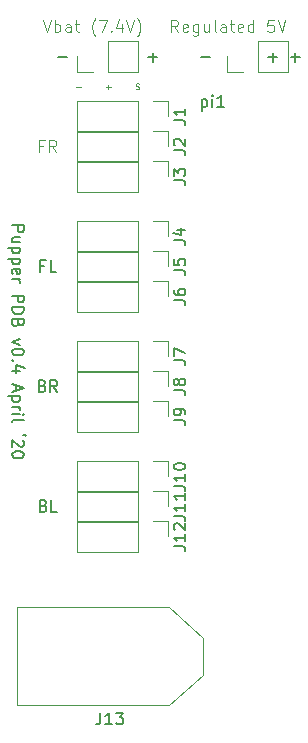
<source format=gbr>
G04 #@! TF.GenerationSoftware,KiCad,Pcbnew,(5.1.4-0-10_14)*
G04 #@! TF.CreationDate,2020-05-01T15:25:26-07:00*
G04 #@! TF.ProjectId,ServoPower2,53657276-6f50-46f7-9765-72322e6b6963,rev?*
G04 #@! TF.SameCoordinates,Original*
G04 #@! TF.FileFunction,Legend,Top*
G04 #@! TF.FilePolarity,Positive*
%FSLAX46Y46*%
G04 Gerber Fmt 4.6, Leading zero omitted, Abs format (unit mm)*
G04 Created by KiCad (PCBNEW (5.1.4-0-10_14)) date 2020-05-01 15:25:26*
%MOMM*%
%LPD*%
G04 APERTURE LIST*
%ADD10C,0.150000*%
%ADD11C,0.100000*%
%ADD12C,0.200000*%
%ADD13C,0.120000*%
G04 APERTURE END LIST*
D10*
X148256666Y-101528571D02*
X148399523Y-101576190D01*
X148447142Y-101623809D01*
X148494761Y-101719047D01*
X148494761Y-101861904D01*
X148447142Y-101957142D01*
X148399523Y-102004761D01*
X148304285Y-102052380D01*
X147923333Y-102052380D01*
X147923333Y-101052380D01*
X148256666Y-101052380D01*
X148351904Y-101100000D01*
X148399523Y-101147619D01*
X148447142Y-101242857D01*
X148447142Y-101338095D01*
X148399523Y-101433333D01*
X148351904Y-101480952D01*
X148256666Y-101528571D01*
X147923333Y-101528571D01*
X149399523Y-102052380D02*
X148923333Y-102052380D01*
X148923333Y-101052380D01*
X148161428Y-91368571D02*
X148304285Y-91416190D01*
X148351904Y-91463809D01*
X148399523Y-91559047D01*
X148399523Y-91701904D01*
X148351904Y-91797142D01*
X148304285Y-91844761D01*
X148209047Y-91892380D01*
X147828095Y-91892380D01*
X147828095Y-90892380D01*
X148161428Y-90892380D01*
X148256666Y-90940000D01*
X148304285Y-90987619D01*
X148351904Y-91082857D01*
X148351904Y-91178095D01*
X148304285Y-91273333D01*
X148256666Y-91320952D01*
X148161428Y-91368571D01*
X147828095Y-91368571D01*
X149399523Y-91892380D02*
X149066190Y-91416190D01*
X148828095Y-91892380D02*
X148828095Y-90892380D01*
X149209047Y-90892380D01*
X149304285Y-90940000D01*
X149351904Y-90987619D01*
X149399523Y-91082857D01*
X149399523Y-91225714D01*
X149351904Y-91320952D01*
X149304285Y-91368571D01*
X149209047Y-91416190D01*
X148828095Y-91416190D01*
X148328095Y-81208571D02*
X147994761Y-81208571D01*
X147994761Y-81732380D02*
X147994761Y-80732380D01*
X148470952Y-80732380D01*
X149328095Y-81732380D02*
X148851904Y-81732380D01*
X148851904Y-80732380D01*
D11*
X148232857Y-71048571D02*
X147899523Y-71048571D01*
X147899523Y-71572380D02*
X147899523Y-70572380D01*
X148375714Y-70572380D01*
X149328095Y-71572380D02*
X148994761Y-71096190D01*
X148756666Y-71572380D02*
X148756666Y-70572380D01*
X149137619Y-70572380D01*
X149232857Y-70620000D01*
X149280476Y-70667619D01*
X149328095Y-70762857D01*
X149328095Y-70905714D01*
X149280476Y-71000952D01*
X149232857Y-71048571D01*
X149137619Y-71096190D01*
X148756666Y-71096190D01*
D12*
X161544047Y-63571428D02*
X162305952Y-63571428D01*
X169164047Y-63571428D02*
X169925952Y-63571428D01*
X169545000Y-63952380D02*
X169545000Y-63190476D01*
D11*
X151027142Y-66075714D02*
X151408095Y-66075714D01*
X153550952Y-66075714D02*
X153931904Y-66075714D01*
X153741428Y-66266190D02*
X153741428Y-65885238D01*
X156050952Y-66242380D02*
X156122380Y-66266190D01*
X156241428Y-66266190D01*
X156289047Y-66242380D01*
X156312857Y-66218571D01*
X156336666Y-66170952D01*
X156336666Y-66123333D01*
X156312857Y-66075714D01*
X156289047Y-66051904D01*
X156241428Y-66028095D01*
X156146190Y-66004285D01*
X156098571Y-65980476D01*
X156074761Y-65956666D01*
X156050952Y-65909047D01*
X156050952Y-65861428D01*
X156074761Y-65813809D01*
X156098571Y-65790000D01*
X156146190Y-65766190D01*
X156265238Y-65766190D01*
X156336666Y-65790000D01*
D13*
X148209523Y-60412380D02*
X148542857Y-61412380D01*
X148876190Y-60412380D01*
X149209523Y-61412380D02*
X149209523Y-60412380D01*
X149209523Y-60793333D02*
X149304761Y-60745714D01*
X149495238Y-60745714D01*
X149590476Y-60793333D01*
X149638095Y-60840952D01*
X149685714Y-60936190D01*
X149685714Y-61221904D01*
X149638095Y-61317142D01*
X149590476Y-61364761D01*
X149495238Y-61412380D01*
X149304761Y-61412380D01*
X149209523Y-61364761D01*
X150542857Y-61412380D02*
X150542857Y-60888571D01*
X150495238Y-60793333D01*
X150400000Y-60745714D01*
X150209523Y-60745714D01*
X150114285Y-60793333D01*
X150542857Y-61364761D02*
X150447619Y-61412380D01*
X150209523Y-61412380D01*
X150114285Y-61364761D01*
X150066666Y-61269523D01*
X150066666Y-61174285D01*
X150114285Y-61079047D01*
X150209523Y-61031428D01*
X150447619Y-61031428D01*
X150542857Y-60983809D01*
X150876190Y-60745714D02*
X151257142Y-60745714D01*
X151019047Y-60412380D02*
X151019047Y-61269523D01*
X151066666Y-61364761D01*
X151161904Y-61412380D01*
X151257142Y-61412380D01*
X152638095Y-61793333D02*
X152590476Y-61745714D01*
X152495238Y-61602857D01*
X152447619Y-61507619D01*
X152400000Y-61364761D01*
X152352380Y-61126666D01*
X152352380Y-60936190D01*
X152400000Y-60698095D01*
X152447619Y-60555238D01*
X152495238Y-60460000D01*
X152590476Y-60317142D01*
X152638095Y-60269523D01*
X152923809Y-60412380D02*
X153590476Y-60412380D01*
X153161904Y-61412380D01*
X153971428Y-61317142D02*
X154019047Y-61364761D01*
X153971428Y-61412380D01*
X153923809Y-61364761D01*
X153971428Y-61317142D01*
X153971428Y-61412380D01*
X154876190Y-60745714D02*
X154876190Y-61412380D01*
X154638095Y-60364761D02*
X154400000Y-61079047D01*
X155019047Y-61079047D01*
X155257142Y-60412380D02*
X155590476Y-61412380D01*
X155923809Y-60412380D01*
X156161904Y-61793333D02*
X156209523Y-61745714D01*
X156304761Y-61602857D01*
X156352380Y-61507619D01*
X156400000Y-61364761D01*
X156447619Y-61126666D01*
X156447619Y-60936190D01*
X156400000Y-60698095D01*
X156352380Y-60555238D01*
X156304761Y-60460000D01*
X156209523Y-60317142D01*
X156161904Y-60269523D01*
X159639523Y-61412380D02*
X159306190Y-60936190D01*
X159068095Y-61412380D02*
X159068095Y-60412380D01*
X159449047Y-60412380D01*
X159544285Y-60460000D01*
X159591904Y-60507619D01*
X159639523Y-60602857D01*
X159639523Y-60745714D01*
X159591904Y-60840952D01*
X159544285Y-60888571D01*
X159449047Y-60936190D01*
X159068095Y-60936190D01*
X160449047Y-61364761D02*
X160353809Y-61412380D01*
X160163333Y-61412380D01*
X160068095Y-61364761D01*
X160020476Y-61269523D01*
X160020476Y-60888571D01*
X160068095Y-60793333D01*
X160163333Y-60745714D01*
X160353809Y-60745714D01*
X160449047Y-60793333D01*
X160496666Y-60888571D01*
X160496666Y-60983809D01*
X160020476Y-61079047D01*
X161353809Y-60745714D02*
X161353809Y-61555238D01*
X161306190Y-61650476D01*
X161258571Y-61698095D01*
X161163333Y-61745714D01*
X161020476Y-61745714D01*
X160925238Y-61698095D01*
X161353809Y-61364761D02*
X161258571Y-61412380D01*
X161068095Y-61412380D01*
X160972857Y-61364761D01*
X160925238Y-61317142D01*
X160877619Y-61221904D01*
X160877619Y-60936190D01*
X160925238Y-60840952D01*
X160972857Y-60793333D01*
X161068095Y-60745714D01*
X161258571Y-60745714D01*
X161353809Y-60793333D01*
X162258571Y-60745714D02*
X162258571Y-61412380D01*
X161830000Y-60745714D02*
X161830000Y-61269523D01*
X161877619Y-61364761D01*
X161972857Y-61412380D01*
X162115714Y-61412380D01*
X162210952Y-61364761D01*
X162258571Y-61317142D01*
X162877619Y-61412380D02*
X162782380Y-61364761D01*
X162734761Y-61269523D01*
X162734761Y-60412380D01*
X163687142Y-61412380D02*
X163687142Y-60888571D01*
X163639523Y-60793333D01*
X163544285Y-60745714D01*
X163353809Y-60745714D01*
X163258571Y-60793333D01*
X163687142Y-61364761D02*
X163591904Y-61412380D01*
X163353809Y-61412380D01*
X163258571Y-61364761D01*
X163210952Y-61269523D01*
X163210952Y-61174285D01*
X163258571Y-61079047D01*
X163353809Y-61031428D01*
X163591904Y-61031428D01*
X163687142Y-60983809D01*
X164020476Y-60745714D02*
X164401428Y-60745714D01*
X164163333Y-60412380D02*
X164163333Y-61269523D01*
X164210952Y-61364761D01*
X164306190Y-61412380D01*
X164401428Y-61412380D01*
X165115714Y-61364761D02*
X165020476Y-61412380D01*
X164830000Y-61412380D01*
X164734761Y-61364761D01*
X164687142Y-61269523D01*
X164687142Y-60888571D01*
X164734761Y-60793333D01*
X164830000Y-60745714D01*
X165020476Y-60745714D01*
X165115714Y-60793333D01*
X165163333Y-60888571D01*
X165163333Y-60983809D01*
X164687142Y-61079047D01*
X166020476Y-61412380D02*
X166020476Y-60412380D01*
X166020476Y-61364761D02*
X165925238Y-61412380D01*
X165734761Y-61412380D01*
X165639523Y-61364761D01*
X165591904Y-61317142D01*
X165544285Y-61221904D01*
X165544285Y-60936190D01*
X165591904Y-60840952D01*
X165639523Y-60793333D01*
X165734761Y-60745714D01*
X165925238Y-60745714D01*
X166020476Y-60793333D01*
X167734761Y-60412380D02*
X167258571Y-60412380D01*
X167210952Y-60888571D01*
X167258571Y-60840952D01*
X167353809Y-60793333D01*
X167591904Y-60793333D01*
X167687142Y-60840952D01*
X167734761Y-60888571D01*
X167782380Y-60983809D01*
X167782380Y-61221904D01*
X167734761Y-61317142D01*
X167687142Y-61364761D01*
X167591904Y-61412380D01*
X167353809Y-61412380D01*
X167258571Y-61364761D01*
X167210952Y-61317142D01*
X168068095Y-60412380D02*
X168401428Y-61412380D01*
X168734761Y-60412380D01*
D10*
X167259047Y-63571428D02*
X168020952Y-63571428D01*
X167640000Y-63952380D02*
X167640000Y-63190476D01*
D12*
X149479047Y-63571428D02*
X150240952Y-63571428D01*
X157099047Y-63571428D02*
X157860952Y-63571428D01*
X157480000Y-63952380D02*
X157480000Y-63190476D01*
D10*
X145597619Y-77796666D02*
X146597619Y-77796666D01*
X146597619Y-78177619D01*
X146550000Y-78272857D01*
X146502380Y-78320476D01*
X146407142Y-78368095D01*
X146264285Y-78368095D01*
X146169047Y-78320476D01*
X146121428Y-78272857D01*
X146073809Y-78177619D01*
X146073809Y-77796666D01*
X146264285Y-79225238D02*
X145597619Y-79225238D01*
X146264285Y-78796666D02*
X145740476Y-78796666D01*
X145645238Y-78844285D01*
X145597619Y-78939523D01*
X145597619Y-79082380D01*
X145645238Y-79177619D01*
X145692857Y-79225238D01*
X146264285Y-79701428D02*
X145264285Y-79701428D01*
X146216666Y-79701428D02*
X146264285Y-79796666D01*
X146264285Y-79987142D01*
X146216666Y-80082380D01*
X146169047Y-80130000D01*
X146073809Y-80177619D01*
X145788095Y-80177619D01*
X145692857Y-80130000D01*
X145645238Y-80082380D01*
X145597619Y-79987142D01*
X145597619Y-79796666D01*
X145645238Y-79701428D01*
X146264285Y-80606190D02*
X145264285Y-80606190D01*
X146216666Y-80606190D02*
X146264285Y-80701428D01*
X146264285Y-80891904D01*
X146216666Y-80987142D01*
X146169047Y-81034761D01*
X146073809Y-81082380D01*
X145788095Y-81082380D01*
X145692857Y-81034761D01*
X145645238Y-80987142D01*
X145597619Y-80891904D01*
X145597619Y-80701428D01*
X145645238Y-80606190D01*
X145645238Y-81891904D02*
X145597619Y-81796666D01*
X145597619Y-81606190D01*
X145645238Y-81510952D01*
X145740476Y-81463333D01*
X146121428Y-81463333D01*
X146216666Y-81510952D01*
X146264285Y-81606190D01*
X146264285Y-81796666D01*
X146216666Y-81891904D01*
X146121428Y-81939523D01*
X146026190Y-81939523D01*
X145930952Y-81463333D01*
X145597619Y-82368095D02*
X146264285Y-82368095D01*
X146073809Y-82368095D02*
X146169047Y-82415714D01*
X146216666Y-82463333D01*
X146264285Y-82558571D01*
X146264285Y-82653809D01*
X145597619Y-83749047D02*
X146597619Y-83749047D01*
X146597619Y-84130000D01*
X146550000Y-84225238D01*
X146502380Y-84272857D01*
X146407142Y-84320476D01*
X146264285Y-84320476D01*
X146169047Y-84272857D01*
X146121428Y-84225238D01*
X146073809Y-84130000D01*
X146073809Y-83749047D01*
X145597619Y-84749047D02*
X146597619Y-84749047D01*
X146597619Y-84987142D01*
X146550000Y-85130000D01*
X146454761Y-85225238D01*
X146359523Y-85272857D01*
X146169047Y-85320476D01*
X146026190Y-85320476D01*
X145835714Y-85272857D01*
X145740476Y-85225238D01*
X145645238Y-85130000D01*
X145597619Y-84987142D01*
X145597619Y-84749047D01*
X146121428Y-86082380D02*
X146073809Y-86225238D01*
X146026190Y-86272857D01*
X145930952Y-86320476D01*
X145788095Y-86320476D01*
X145692857Y-86272857D01*
X145645238Y-86225238D01*
X145597619Y-86130000D01*
X145597619Y-85749047D01*
X146597619Y-85749047D01*
X146597619Y-86082380D01*
X146550000Y-86177619D01*
X146502380Y-86225238D01*
X146407142Y-86272857D01*
X146311904Y-86272857D01*
X146216666Y-86225238D01*
X146169047Y-86177619D01*
X146121428Y-86082380D01*
X146121428Y-85749047D01*
X146264285Y-87415714D02*
X145597619Y-87653809D01*
X146264285Y-87891904D01*
X146597619Y-88463333D02*
X146597619Y-88558571D01*
X146550000Y-88653809D01*
X146502380Y-88701428D01*
X146407142Y-88749047D01*
X146216666Y-88796666D01*
X145978571Y-88796666D01*
X145788095Y-88749047D01*
X145692857Y-88701428D01*
X145645238Y-88653809D01*
X145597619Y-88558571D01*
X145597619Y-88463333D01*
X145645238Y-88368095D01*
X145692857Y-88320476D01*
X145788095Y-88272857D01*
X145978571Y-88225238D01*
X146216666Y-88225238D01*
X146407142Y-88272857D01*
X146502380Y-88320476D01*
X146550000Y-88368095D01*
X146597619Y-88463333D01*
X145692857Y-89225238D02*
X145645238Y-89272857D01*
X145597619Y-89225238D01*
X145645238Y-89177619D01*
X145692857Y-89225238D01*
X145597619Y-89225238D01*
X146264285Y-90130000D02*
X145597619Y-90130000D01*
X146645238Y-89891904D02*
X145930952Y-89653809D01*
X145930952Y-90272857D01*
X145883333Y-91368095D02*
X145883333Y-91844285D01*
X145597619Y-91272857D02*
X146597619Y-91606190D01*
X145597619Y-91939523D01*
X146264285Y-92272857D02*
X145264285Y-92272857D01*
X146216666Y-92272857D02*
X146264285Y-92368095D01*
X146264285Y-92558571D01*
X146216666Y-92653809D01*
X146169047Y-92701428D01*
X146073809Y-92749047D01*
X145788095Y-92749047D01*
X145692857Y-92701428D01*
X145645238Y-92653809D01*
X145597619Y-92558571D01*
X145597619Y-92368095D01*
X145645238Y-92272857D01*
X145597619Y-93177619D02*
X146264285Y-93177619D01*
X146073809Y-93177619D02*
X146169047Y-93225238D01*
X146216666Y-93272857D01*
X146264285Y-93368095D01*
X146264285Y-93463333D01*
X145597619Y-93796666D02*
X146264285Y-93796666D01*
X146597619Y-93796666D02*
X146550000Y-93749047D01*
X146502380Y-93796666D01*
X146550000Y-93844285D01*
X146597619Y-93796666D01*
X146502380Y-93796666D01*
X145597619Y-94415714D02*
X145645238Y-94320476D01*
X145740476Y-94272857D01*
X146597619Y-94272857D01*
X146550000Y-95510952D02*
X146597619Y-95510952D01*
X146692857Y-95558571D01*
X146740476Y-95606190D01*
X146502380Y-95987142D02*
X146550000Y-96034761D01*
X146597619Y-96130000D01*
X146597619Y-96368095D01*
X146550000Y-96463333D01*
X146502380Y-96510952D01*
X146407142Y-96558571D01*
X146311904Y-96558571D01*
X146169047Y-96510952D01*
X145597619Y-95939523D01*
X145597619Y-96558571D01*
X146597619Y-97177619D02*
X146597619Y-97272857D01*
X146550000Y-97368095D01*
X146502380Y-97415714D01*
X146407142Y-97463333D01*
X146216666Y-97510952D01*
X145978571Y-97510952D01*
X145788095Y-97463333D01*
X145692857Y-97415714D01*
X145645238Y-97368095D01*
X145597619Y-97272857D01*
X145597619Y-97177619D01*
X145645238Y-97082380D01*
X145692857Y-97034761D01*
X145788095Y-96987142D01*
X145978571Y-96939523D01*
X146216666Y-96939523D01*
X146407142Y-96987142D01*
X146502380Y-97034761D01*
X146550000Y-97082380D01*
X146597619Y-97177619D01*
D13*
X146030000Y-118450000D02*
X158880000Y-118450000D01*
X161730000Y-115900000D02*
X161730000Y-112750000D01*
X158880000Y-110150000D02*
X146030000Y-110150000D01*
X146030000Y-110150000D02*
X146030000Y-118450000D01*
X158880000Y-118450000D02*
X161730000Y-115900000D01*
X161730000Y-112750000D02*
X158880000Y-110150000D01*
X168970000Y-64830000D02*
X168970000Y-62170000D01*
X166370000Y-64830000D02*
X168970000Y-64830000D01*
X166370000Y-62170000D02*
X168970000Y-62170000D01*
X166370000Y-64830000D02*
X166370000Y-62170000D01*
X165100000Y-64830000D02*
X163770000Y-64830000D01*
X163770000Y-64830000D02*
X163770000Y-63500000D01*
X151070000Y-64830000D02*
X151070000Y-63500000D01*
X152400000Y-64830000D02*
X151070000Y-64830000D01*
X153670000Y-64830000D02*
X153670000Y-62170000D01*
X153670000Y-62170000D02*
X156270000Y-62170000D01*
X153670000Y-64830000D02*
X156270000Y-64830000D01*
X156270000Y-64830000D02*
X156270000Y-62170000D01*
X158810000Y-102810000D02*
X158810000Y-104140000D01*
X157480000Y-102810000D02*
X158810000Y-102810000D01*
X156210000Y-102810000D02*
X156210000Y-105470000D01*
X156210000Y-105470000D02*
X151070000Y-105470000D01*
X156210000Y-102810000D02*
X151070000Y-102810000D01*
X151070000Y-102810000D02*
X151070000Y-105470000D01*
X158810000Y-92650000D02*
X158810000Y-93980000D01*
X157480000Y-92650000D02*
X158810000Y-92650000D01*
X156210000Y-92650000D02*
X156210000Y-95310000D01*
X156210000Y-95310000D02*
X151070000Y-95310000D01*
X156210000Y-92650000D02*
X151070000Y-92650000D01*
X151070000Y-92650000D02*
X151070000Y-95310000D01*
X158810000Y-82490000D02*
X158810000Y-83820000D01*
X157480000Y-82490000D02*
X158810000Y-82490000D01*
X156210000Y-82490000D02*
X156210000Y-85150000D01*
X156210000Y-85150000D02*
X151070000Y-85150000D01*
X156210000Y-82490000D02*
X151070000Y-82490000D01*
X151070000Y-82490000D02*
X151070000Y-85150000D01*
X158810000Y-100270000D02*
X158810000Y-101600000D01*
X157480000Y-100270000D02*
X158810000Y-100270000D01*
X156210000Y-100270000D02*
X156210000Y-102930000D01*
X156210000Y-102930000D02*
X151070000Y-102930000D01*
X156210000Y-100270000D02*
X151070000Y-100270000D01*
X151070000Y-100270000D02*
X151070000Y-102930000D01*
X158810000Y-90110000D02*
X158810000Y-91440000D01*
X157480000Y-90110000D02*
X158810000Y-90110000D01*
X156210000Y-90110000D02*
X156210000Y-92770000D01*
X156210000Y-92770000D02*
X151070000Y-92770000D01*
X156210000Y-90110000D02*
X151070000Y-90110000D01*
X151070000Y-90110000D02*
X151070000Y-92770000D01*
X158810000Y-79950000D02*
X158810000Y-81280000D01*
X157480000Y-79950000D02*
X158810000Y-79950000D01*
X156210000Y-79950000D02*
X156210000Y-82610000D01*
X156210000Y-82610000D02*
X151070000Y-82610000D01*
X156210000Y-79950000D02*
X151070000Y-79950000D01*
X151070000Y-79950000D02*
X151070000Y-82610000D01*
X158810000Y-97730000D02*
X158810000Y-99060000D01*
X157480000Y-97730000D02*
X158810000Y-97730000D01*
X156210000Y-97730000D02*
X156210000Y-100390000D01*
X156210000Y-100390000D02*
X151070000Y-100390000D01*
X156210000Y-97730000D02*
X151070000Y-97730000D01*
X151070000Y-97730000D02*
X151070000Y-100390000D01*
X158810000Y-87570000D02*
X158810000Y-88900000D01*
X157480000Y-87570000D02*
X158810000Y-87570000D01*
X156210000Y-87570000D02*
X156210000Y-90230000D01*
X156210000Y-90230000D02*
X151070000Y-90230000D01*
X156210000Y-87570000D02*
X151070000Y-87570000D01*
X151070000Y-87570000D02*
X151070000Y-90230000D01*
X158810000Y-77410000D02*
X158810000Y-78740000D01*
X157480000Y-77410000D02*
X158810000Y-77410000D01*
X156210000Y-77410000D02*
X156210000Y-80070000D01*
X156210000Y-80070000D02*
X151070000Y-80070000D01*
X156210000Y-77410000D02*
X151070000Y-77410000D01*
X151070000Y-77410000D02*
X151070000Y-80070000D01*
X151070000Y-67250000D02*
X151070000Y-69910000D01*
X156210000Y-67250000D02*
X151070000Y-67250000D01*
X156210000Y-69910000D02*
X151070000Y-69910000D01*
X156210000Y-67250000D02*
X156210000Y-69910000D01*
X157480000Y-67250000D02*
X158810000Y-67250000D01*
X158810000Y-67250000D02*
X158810000Y-68580000D01*
X151070000Y-72330000D02*
X151070000Y-74990000D01*
X156210000Y-72330000D02*
X151070000Y-72330000D01*
X156210000Y-74990000D02*
X151070000Y-74990000D01*
X156210000Y-72330000D02*
X156210000Y-74990000D01*
X157480000Y-72330000D02*
X158810000Y-72330000D01*
X158810000Y-72330000D02*
X158810000Y-73660000D01*
X158810000Y-69790000D02*
X158810000Y-71120000D01*
X157480000Y-69790000D02*
X158810000Y-69790000D01*
X156210000Y-69790000D02*
X156210000Y-72450000D01*
X156210000Y-72450000D02*
X151070000Y-72450000D01*
X156210000Y-69790000D02*
X151070000Y-69790000D01*
X151070000Y-69790000D02*
X151070000Y-72450000D01*
D10*
X153070476Y-119052380D02*
X153070476Y-119766666D01*
X153022857Y-119909523D01*
X152927619Y-120004761D01*
X152784761Y-120052380D01*
X152689523Y-120052380D01*
X154070476Y-120052380D02*
X153499047Y-120052380D01*
X153784761Y-120052380D02*
X153784761Y-119052380D01*
X153689523Y-119195238D01*
X153594285Y-119290476D01*
X153499047Y-119338095D01*
X154403809Y-119052380D02*
X155022857Y-119052380D01*
X154689523Y-119433333D01*
X154832380Y-119433333D01*
X154927619Y-119480952D01*
X154975238Y-119528571D01*
X155022857Y-119623809D01*
X155022857Y-119861904D01*
X154975238Y-119957142D01*
X154927619Y-120004761D01*
X154832380Y-120052380D01*
X154546666Y-120052380D01*
X154451428Y-120004761D01*
X154403809Y-119957142D01*
X161631428Y-67095714D02*
X161631428Y-68095714D01*
X161631428Y-67143333D02*
X161726666Y-67095714D01*
X161917142Y-67095714D01*
X162012380Y-67143333D01*
X162060000Y-67190952D01*
X162107619Y-67286190D01*
X162107619Y-67571904D01*
X162060000Y-67667142D01*
X162012380Y-67714761D01*
X161917142Y-67762380D01*
X161726666Y-67762380D01*
X161631428Y-67714761D01*
X162536190Y-67762380D02*
X162536190Y-67095714D01*
X162536190Y-66762380D02*
X162488571Y-66810000D01*
X162536190Y-66857619D01*
X162583809Y-66810000D01*
X162536190Y-66762380D01*
X162536190Y-66857619D01*
X163536190Y-67762380D02*
X162964761Y-67762380D01*
X163250476Y-67762380D02*
X163250476Y-66762380D01*
X163155238Y-66905238D01*
X163060000Y-67000476D01*
X162964761Y-67048095D01*
X159262380Y-104949523D02*
X159976666Y-104949523D01*
X160119523Y-104997142D01*
X160214761Y-105092380D01*
X160262380Y-105235238D01*
X160262380Y-105330476D01*
X160262380Y-103949523D02*
X160262380Y-104520952D01*
X160262380Y-104235238D02*
X159262380Y-104235238D01*
X159405238Y-104330476D01*
X159500476Y-104425714D01*
X159548095Y-104520952D01*
X159357619Y-103568571D02*
X159310000Y-103520952D01*
X159262380Y-103425714D01*
X159262380Y-103187619D01*
X159310000Y-103092380D01*
X159357619Y-103044761D01*
X159452857Y-102997142D01*
X159548095Y-102997142D01*
X159690952Y-103044761D01*
X160262380Y-103616190D01*
X160262380Y-102997142D01*
X159262380Y-94313333D02*
X159976666Y-94313333D01*
X160119523Y-94360952D01*
X160214761Y-94456190D01*
X160262380Y-94599047D01*
X160262380Y-94694285D01*
X160262380Y-93789523D02*
X160262380Y-93599047D01*
X160214761Y-93503809D01*
X160167142Y-93456190D01*
X160024285Y-93360952D01*
X159833809Y-93313333D01*
X159452857Y-93313333D01*
X159357619Y-93360952D01*
X159310000Y-93408571D01*
X159262380Y-93503809D01*
X159262380Y-93694285D01*
X159310000Y-93789523D01*
X159357619Y-93837142D01*
X159452857Y-93884761D01*
X159690952Y-93884761D01*
X159786190Y-93837142D01*
X159833809Y-93789523D01*
X159881428Y-93694285D01*
X159881428Y-93503809D01*
X159833809Y-93408571D01*
X159786190Y-93360952D01*
X159690952Y-93313333D01*
X159262380Y-84153333D02*
X159976666Y-84153333D01*
X160119523Y-84200952D01*
X160214761Y-84296190D01*
X160262380Y-84439047D01*
X160262380Y-84534285D01*
X159262380Y-83248571D02*
X159262380Y-83439047D01*
X159310000Y-83534285D01*
X159357619Y-83581904D01*
X159500476Y-83677142D01*
X159690952Y-83724761D01*
X160071904Y-83724761D01*
X160167142Y-83677142D01*
X160214761Y-83629523D01*
X160262380Y-83534285D01*
X160262380Y-83343809D01*
X160214761Y-83248571D01*
X160167142Y-83200952D01*
X160071904Y-83153333D01*
X159833809Y-83153333D01*
X159738571Y-83200952D01*
X159690952Y-83248571D01*
X159643333Y-83343809D01*
X159643333Y-83534285D01*
X159690952Y-83629523D01*
X159738571Y-83677142D01*
X159833809Y-83724761D01*
X159262380Y-102409523D02*
X159976666Y-102409523D01*
X160119523Y-102457142D01*
X160214761Y-102552380D01*
X160262380Y-102695238D01*
X160262380Y-102790476D01*
X160262380Y-101409523D02*
X160262380Y-101980952D01*
X160262380Y-101695238D02*
X159262380Y-101695238D01*
X159405238Y-101790476D01*
X159500476Y-101885714D01*
X159548095Y-101980952D01*
X160262380Y-100457142D02*
X160262380Y-101028571D01*
X160262380Y-100742857D02*
X159262380Y-100742857D01*
X159405238Y-100838095D01*
X159500476Y-100933333D01*
X159548095Y-101028571D01*
X159262380Y-91773333D02*
X159976666Y-91773333D01*
X160119523Y-91820952D01*
X160214761Y-91916190D01*
X160262380Y-92059047D01*
X160262380Y-92154285D01*
X159690952Y-91154285D02*
X159643333Y-91249523D01*
X159595714Y-91297142D01*
X159500476Y-91344761D01*
X159452857Y-91344761D01*
X159357619Y-91297142D01*
X159310000Y-91249523D01*
X159262380Y-91154285D01*
X159262380Y-90963809D01*
X159310000Y-90868571D01*
X159357619Y-90820952D01*
X159452857Y-90773333D01*
X159500476Y-90773333D01*
X159595714Y-90820952D01*
X159643333Y-90868571D01*
X159690952Y-90963809D01*
X159690952Y-91154285D01*
X159738571Y-91249523D01*
X159786190Y-91297142D01*
X159881428Y-91344761D01*
X160071904Y-91344761D01*
X160167142Y-91297142D01*
X160214761Y-91249523D01*
X160262380Y-91154285D01*
X160262380Y-90963809D01*
X160214761Y-90868571D01*
X160167142Y-90820952D01*
X160071904Y-90773333D01*
X159881428Y-90773333D01*
X159786190Y-90820952D01*
X159738571Y-90868571D01*
X159690952Y-90963809D01*
X159262380Y-81613333D02*
X159976666Y-81613333D01*
X160119523Y-81660952D01*
X160214761Y-81756190D01*
X160262380Y-81899047D01*
X160262380Y-81994285D01*
X159262380Y-80660952D02*
X159262380Y-81137142D01*
X159738571Y-81184761D01*
X159690952Y-81137142D01*
X159643333Y-81041904D01*
X159643333Y-80803809D01*
X159690952Y-80708571D01*
X159738571Y-80660952D01*
X159833809Y-80613333D01*
X160071904Y-80613333D01*
X160167142Y-80660952D01*
X160214761Y-80708571D01*
X160262380Y-80803809D01*
X160262380Y-81041904D01*
X160214761Y-81137142D01*
X160167142Y-81184761D01*
X159262380Y-99869523D02*
X159976666Y-99869523D01*
X160119523Y-99917142D01*
X160214761Y-100012380D01*
X160262380Y-100155238D01*
X160262380Y-100250476D01*
X160262380Y-98869523D02*
X160262380Y-99440952D01*
X160262380Y-99155238D02*
X159262380Y-99155238D01*
X159405238Y-99250476D01*
X159500476Y-99345714D01*
X159548095Y-99440952D01*
X159262380Y-98250476D02*
X159262380Y-98155238D01*
X159310000Y-98060000D01*
X159357619Y-98012380D01*
X159452857Y-97964761D01*
X159643333Y-97917142D01*
X159881428Y-97917142D01*
X160071904Y-97964761D01*
X160167142Y-98012380D01*
X160214761Y-98060000D01*
X160262380Y-98155238D01*
X160262380Y-98250476D01*
X160214761Y-98345714D01*
X160167142Y-98393333D01*
X160071904Y-98440952D01*
X159881428Y-98488571D01*
X159643333Y-98488571D01*
X159452857Y-98440952D01*
X159357619Y-98393333D01*
X159310000Y-98345714D01*
X159262380Y-98250476D01*
X159262380Y-89233333D02*
X159976666Y-89233333D01*
X160119523Y-89280952D01*
X160214761Y-89376190D01*
X160262380Y-89519047D01*
X160262380Y-89614285D01*
X159262380Y-88852380D02*
X159262380Y-88185714D01*
X160262380Y-88614285D01*
X159262380Y-79073333D02*
X159976666Y-79073333D01*
X160119523Y-79120952D01*
X160214761Y-79216190D01*
X160262380Y-79359047D01*
X160262380Y-79454285D01*
X159595714Y-78168571D02*
X160262380Y-78168571D01*
X159214761Y-78406666D02*
X159929047Y-78644761D01*
X159929047Y-78025714D01*
X159262380Y-68913333D02*
X159976666Y-68913333D01*
X160119523Y-68960952D01*
X160214761Y-69056190D01*
X160262380Y-69199047D01*
X160262380Y-69294285D01*
X160262380Y-67913333D02*
X160262380Y-68484761D01*
X160262380Y-68199047D02*
X159262380Y-68199047D01*
X159405238Y-68294285D01*
X159500476Y-68389523D01*
X159548095Y-68484761D01*
X159262380Y-73993333D02*
X159976666Y-73993333D01*
X160119523Y-74040952D01*
X160214761Y-74136190D01*
X160262380Y-74279047D01*
X160262380Y-74374285D01*
X159262380Y-73612380D02*
X159262380Y-72993333D01*
X159643333Y-73326666D01*
X159643333Y-73183809D01*
X159690952Y-73088571D01*
X159738571Y-73040952D01*
X159833809Y-72993333D01*
X160071904Y-72993333D01*
X160167142Y-73040952D01*
X160214761Y-73088571D01*
X160262380Y-73183809D01*
X160262380Y-73469523D01*
X160214761Y-73564761D01*
X160167142Y-73612380D01*
X159262380Y-71453333D02*
X159976666Y-71453333D01*
X160119523Y-71500952D01*
X160214761Y-71596190D01*
X160262380Y-71739047D01*
X160262380Y-71834285D01*
X159357619Y-71024761D02*
X159310000Y-70977142D01*
X159262380Y-70881904D01*
X159262380Y-70643809D01*
X159310000Y-70548571D01*
X159357619Y-70500952D01*
X159452857Y-70453333D01*
X159548095Y-70453333D01*
X159690952Y-70500952D01*
X160262380Y-71072380D01*
X160262380Y-70453333D01*
M02*

</source>
